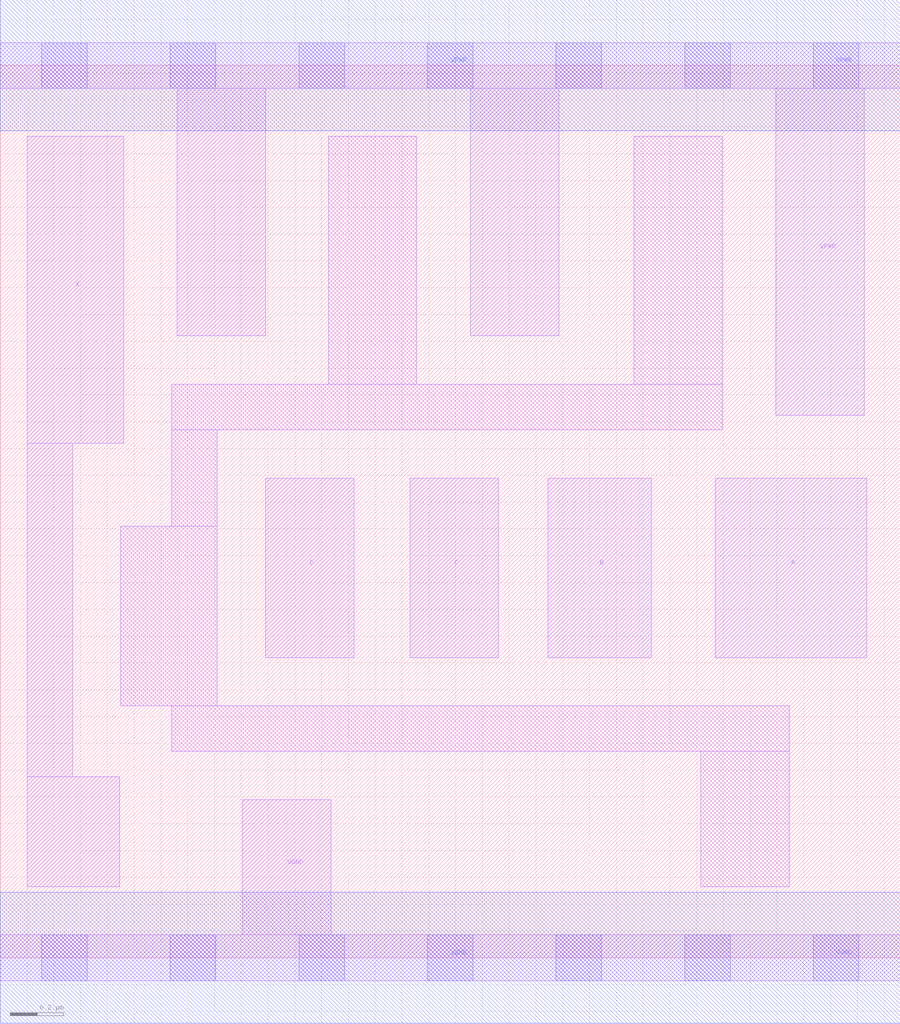
<source format=lef>
# Copyright 2020 The SkyWater PDK Authors
#
# Licensed under the Apache License, Version 2.0 (the "License");
# you may not use this file except in compliance with the License.
# You may obtain a copy of the License at
#
#     https://www.apache.org/licenses/LICENSE-2.0
#
# Unless required by applicable law or agreed to in writing, software
# distributed under the License is distributed on an "AS IS" BASIS,
# WITHOUT WARRANTIES OR CONDITIONS OF ANY KIND, either express or implied.
# See the License for the specific language governing permissions and
# limitations under the License.
#
# SPDX-License-Identifier: Apache-2.0

VERSION 5.7 ;
  NAMESCASESENSITIVE ON ;
  NOWIREEXTENSIONATPIN ON ;
  DIVIDERCHAR "/" ;
  BUSBITCHARS "[]" ;
UNITS
  DATABASE MICRONS 200 ;
END UNITS
MACRO sky130_fd_sc_lp__and4_lp2
  CLASS CORE ;
  SOURCE USER ;
  FOREIGN sky130_fd_sc_lp__and4_lp2 ;
  ORIGIN  0.000000  0.000000 ;
  SIZE  3.360000 BY  3.330000 ;
  SYMMETRY X Y R90 ;
  SITE unit ;
  PIN A
    ANTENNAGATEAREA  0.313000 ;
    DIRECTION INPUT ;
    USE SIGNAL ;
    PORT
      LAYER li1 ;
        RECT 2.670000 1.120000 3.235000 1.790000 ;
    END
  END A
  PIN B
    ANTENNAGATEAREA  0.313000 ;
    DIRECTION INPUT ;
    USE SIGNAL ;
    PORT
      LAYER li1 ;
        RECT 2.045000 1.120000 2.430000 1.790000 ;
    END
  END B
  PIN C
    ANTENNAGATEAREA  0.313000 ;
    DIRECTION INPUT ;
    USE SIGNAL ;
    PORT
      LAYER li1 ;
        RECT 1.530000 1.120000 1.860000 1.790000 ;
    END
  END C
  PIN D
    ANTENNAGATEAREA  0.313000 ;
    DIRECTION INPUT ;
    USE SIGNAL ;
    PORT
      LAYER li1 ;
        RECT 0.990000 1.120000 1.320000 1.790000 ;
    END
  END D
  PIN X
    ANTENNADIFFAREA  0.404700 ;
    DIRECTION OUTPUT ;
    USE SIGNAL ;
    PORT
      LAYER li1 ;
        RECT 0.100000 0.265000 0.445000 0.675000 ;
        RECT 0.100000 0.675000 0.270000 1.920000 ;
        RECT 0.100000 1.920000 0.460000 3.065000 ;
    END
  END X
  PIN VGND
    DIRECTION INOUT ;
    USE GROUND ;
    PORT
      LAYER li1 ;
        RECT 0.000000 -0.085000 3.360000 0.085000 ;
        RECT 0.905000  0.085000 1.235000 0.590000 ;
      LAYER mcon ;
        RECT 0.155000 -0.085000 0.325000 0.085000 ;
        RECT 0.635000 -0.085000 0.805000 0.085000 ;
        RECT 1.115000 -0.085000 1.285000 0.085000 ;
        RECT 1.595000 -0.085000 1.765000 0.085000 ;
        RECT 2.075000 -0.085000 2.245000 0.085000 ;
        RECT 2.555000 -0.085000 2.725000 0.085000 ;
        RECT 3.035000 -0.085000 3.205000 0.085000 ;
      LAYER met1 ;
        RECT 0.000000 -0.245000 3.360000 0.245000 ;
    END
  END VGND
  PIN VPWR
    DIRECTION INOUT ;
    USE POWER ;
    PORT
      LAYER li1 ;
        RECT 0.000000 3.245000 3.360000 3.415000 ;
        RECT 0.660000 2.320000 0.990000 3.245000 ;
        RECT 1.755000 2.320000 2.085000 3.245000 ;
        RECT 2.895000 2.025000 3.225000 3.245000 ;
      LAYER mcon ;
        RECT 0.155000 3.245000 0.325000 3.415000 ;
        RECT 0.635000 3.245000 0.805000 3.415000 ;
        RECT 1.115000 3.245000 1.285000 3.415000 ;
        RECT 1.595000 3.245000 1.765000 3.415000 ;
        RECT 2.075000 3.245000 2.245000 3.415000 ;
        RECT 2.555000 3.245000 2.725000 3.415000 ;
        RECT 3.035000 3.245000 3.205000 3.415000 ;
      LAYER met1 ;
        RECT 0.000000 3.085000 3.360000 3.575000 ;
    END
  END VPWR
  OBS
    LAYER li1 ;
      RECT 0.450000 0.940000 0.810000 1.610000 ;
      RECT 0.640000 0.770000 2.945000 0.940000 ;
      RECT 0.640000 1.610000 0.810000 1.970000 ;
      RECT 0.640000 1.970000 2.695000 2.140000 ;
      RECT 1.225000 2.140000 1.555000 3.065000 ;
      RECT 2.365000 2.140000 2.695000 3.065000 ;
      RECT 2.615000 0.265000 2.945000 0.770000 ;
  END
END sky130_fd_sc_lp__and4_lp2

</source>
